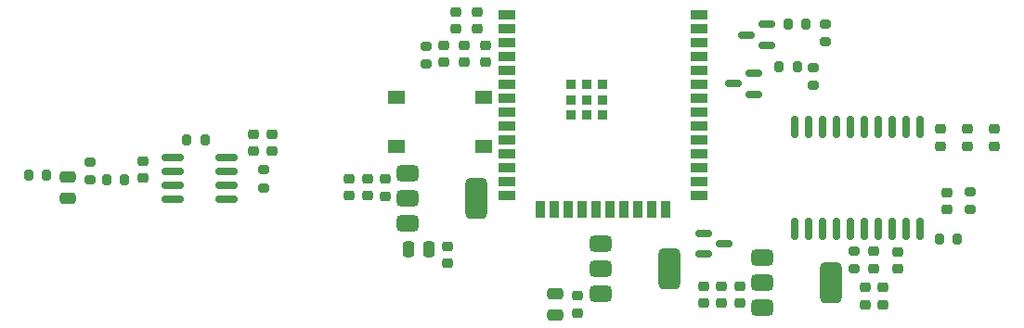
<source format=gbr>
%TF.GenerationSoftware,KiCad,Pcbnew,8.0.2*%
%TF.CreationDate,2024-05-19T20:09:33-03:00*%
%TF.ProjectId,Diseno1,44697365-6e6f-4312-9e6b-696361645f70,01*%
%TF.SameCoordinates,Original*%
%TF.FileFunction,Paste,Top*%
%TF.FilePolarity,Positive*%
%FSLAX46Y46*%
G04 Gerber Fmt 4.6, Leading zero omitted, Abs format (unit mm)*
G04 Created by KiCad (PCBNEW 8.0.2) date 2024-05-19 20:09:33*
%MOMM*%
%LPD*%
G01*
G04 APERTURE LIST*
G04 Aperture macros list*
%AMRoundRect*
0 Rectangle with rounded corners*
0 $1 Rounding radius*
0 $2 $3 $4 $5 $6 $7 $8 $9 X,Y pos of 4 corners*
0 Add a 4 corners polygon primitive as box body*
4,1,4,$2,$3,$4,$5,$6,$7,$8,$9,$2,$3,0*
0 Add four circle primitives for the rounded corners*
1,1,$1+$1,$2,$3*
1,1,$1+$1,$4,$5*
1,1,$1+$1,$6,$7*
1,1,$1+$1,$8,$9*
0 Add four rect primitives between the rounded corners*
20,1,$1+$1,$2,$3,$4,$5,0*
20,1,$1+$1,$4,$5,$6,$7,0*
20,1,$1+$1,$6,$7,$8,$9,0*
20,1,$1+$1,$8,$9,$2,$3,0*%
G04 Aperture macros list end*
%ADD10RoundRect,0.200000X-0.275000X0.200000X-0.275000X-0.200000X0.275000X-0.200000X0.275000X0.200000X0*%
%ADD11RoundRect,0.225000X-0.250000X0.225000X-0.250000X-0.225000X0.250000X-0.225000X0.250000X0.225000X0*%
%ADD12RoundRect,0.150000X-0.150000X0.875000X-0.150000X-0.875000X0.150000X-0.875000X0.150000X0.875000X0*%
%ADD13RoundRect,0.200000X0.275000X-0.200000X0.275000X0.200000X-0.275000X0.200000X-0.275000X-0.200000X0*%
%ADD14RoundRect,0.225000X0.250000X-0.225000X0.250000X0.225000X-0.250000X0.225000X-0.250000X-0.225000X0*%
%ADD15RoundRect,0.200000X-0.200000X-0.275000X0.200000X-0.275000X0.200000X0.275000X-0.200000X0.275000X0*%
%ADD16RoundRect,0.250000X-0.475000X0.250000X-0.475000X-0.250000X0.475000X-0.250000X0.475000X0.250000X0*%
%ADD17RoundRect,0.200000X0.200000X0.275000X-0.200000X0.275000X-0.200000X-0.275000X0.200000X-0.275000X0*%
%ADD18RoundRect,0.150000X-0.587500X-0.150000X0.587500X-0.150000X0.587500X0.150000X-0.587500X0.150000X0*%
%ADD19RoundRect,0.375000X-0.625000X-0.375000X0.625000X-0.375000X0.625000X0.375000X-0.625000X0.375000X0*%
%ADD20RoundRect,0.500000X-0.500000X-1.400000X0.500000X-1.400000X0.500000X1.400000X-0.500000X1.400000X0*%
%ADD21RoundRect,0.150000X-0.825000X-0.150000X0.825000X-0.150000X0.825000X0.150000X-0.825000X0.150000X0*%
%ADD22RoundRect,0.150000X0.587500X0.150000X-0.587500X0.150000X-0.587500X-0.150000X0.587500X-0.150000X0*%
%ADD23R,1.550000X1.300000*%
%ADD24RoundRect,0.250000X0.250000X0.475000X-0.250000X0.475000X-0.250000X-0.475000X0.250000X-0.475000X0*%
%ADD25R,1.500000X0.900000*%
%ADD26R,0.900000X1.500000*%
%ADD27R,0.900000X0.900000*%
G04 APERTURE END LIST*
D10*
%TO.C,R10*%
X74710000Y-89450000D03*
X74710000Y-91100000D03*
%TD*%
D11*
%TO.C,C26*%
X124100000Y-97065000D03*
X124100000Y-98615000D03*
%TD*%
D12*
%TO.C,U8*%
X119750000Y-96850000D03*
X118480000Y-96850000D03*
X117210000Y-96850000D03*
X115940000Y-96850000D03*
X114670000Y-96850000D03*
X113400000Y-96850000D03*
X112130000Y-96850000D03*
X110860000Y-96850000D03*
X109590000Y-96850000D03*
X108320000Y-96850000D03*
X108320000Y-106150000D03*
X109590000Y-106150000D03*
X110860000Y-106150000D03*
X112130000Y-106150000D03*
X113400000Y-106150000D03*
X114670000Y-106150000D03*
X115940000Y-106150000D03*
X117210000Y-106150000D03*
X118480000Y-106150000D03*
X119750000Y-106150000D03*
%TD*%
D11*
%TO.C,C10*%
X76730000Y-107745000D03*
X76730000Y-109295000D03*
%TD*%
D13*
%TO.C,R5*%
X59930000Y-102405000D03*
X59930000Y-100755000D03*
%TD*%
D14*
%TO.C,C4*%
X60670000Y-99055000D03*
X60670000Y-97505000D03*
%TD*%
%TO.C,C5*%
X71040000Y-103165000D03*
X71040000Y-101615000D03*
%TD*%
D10*
%TO.C,R8*%
X110060000Y-91435000D03*
X110060000Y-93085000D03*
%TD*%
D15*
%TO.C,R1*%
X38505000Y-101300000D03*
X40155000Y-101300000D03*
%TD*%
D11*
%TO.C,C19*%
X76390000Y-89405000D03*
X76390000Y-90955000D03*
%TD*%
D14*
%TO.C,C3*%
X58960000Y-99045000D03*
X58960000Y-97495000D03*
%TD*%
D11*
%TO.C,C21*%
X80200000Y-89375000D03*
X80200000Y-90925000D03*
%TD*%
D13*
%TO.C,R11*%
X124325000Y-104400000D03*
X124325000Y-102750000D03*
%TD*%
D14*
%TO.C,C6*%
X69395000Y-103155000D03*
X69395000Y-101605000D03*
%TD*%
D16*
%TO.C,C13*%
X86550000Y-112112500D03*
X86550000Y-114012500D03*
%TD*%
D17*
%TO.C,R6*%
X108595000Y-91340000D03*
X106945000Y-91340000D03*
%TD*%
%TO.C,R9*%
X109395000Y-87490000D03*
X107745000Y-87490000D03*
%TD*%
D11*
%TO.C,C20*%
X78220000Y-89415000D03*
X78220000Y-90965000D03*
%TD*%
D10*
%TO.C,R7*%
X111150000Y-87445000D03*
X111150000Y-89095000D03*
%TD*%
D18*
%TO.C,Q3*%
X100042500Y-106550000D03*
X100042500Y-108450000D03*
X101917500Y-107500000D03*
%TD*%
D19*
%TO.C,U3*%
X73050000Y-101100000D03*
X73050000Y-103400000D03*
X73050000Y-105700000D03*
D20*
X79350000Y-103400000D03*
%TD*%
D21*
%TO.C,U2*%
X51615000Y-99625000D03*
X51615000Y-100895000D03*
X51615000Y-102165000D03*
X51615000Y-103435000D03*
X56565000Y-103435000D03*
X56565000Y-102165000D03*
X56565000Y-100895000D03*
X56565000Y-99625000D03*
%TD*%
D15*
%TO.C,R12*%
X121550000Y-107075000D03*
X123200000Y-107075000D03*
%TD*%
D11*
%TO.C,C24*%
X115570000Y-108235000D03*
X115570000Y-109785000D03*
%TD*%
D14*
%TO.C,C7*%
X67750000Y-103125000D03*
X67750000Y-101575000D03*
%TD*%
%TO.C,C15*%
X101640000Y-112975000D03*
X101640000Y-111425000D03*
%TD*%
D22*
%TO.C,Q2*%
X105817500Y-89390000D03*
X105817500Y-87490000D03*
X103942500Y-88440000D03*
%TD*%
D14*
%TO.C,C17*%
X116380000Y-113085000D03*
X116380000Y-111535000D03*
%TD*%
D11*
%TO.C,C12*%
X88550000Y-112287500D03*
X88550000Y-113837500D03*
%TD*%
%TO.C,C25*%
X126580000Y-97065000D03*
X126580000Y-98615000D03*
%TD*%
D23*
%TO.C,SW1*%
X72050000Y-94110000D03*
X80010000Y-94110000D03*
X72050000Y-98610000D03*
X80010000Y-98610000D03*
%TD*%
D19*
%TO.C,U4*%
X90630000Y-107500000D03*
X90630000Y-109800000D03*
X90630000Y-112100000D03*
D20*
X96930000Y-109800000D03*
%TD*%
D22*
%TO.C,Q1*%
X104607500Y-93850000D03*
X104607500Y-91950000D03*
X102732500Y-92900000D03*
%TD*%
D14*
%TO.C,C14*%
X100090000Y-112975000D03*
X100090000Y-111425000D03*
%TD*%
D15*
%TO.C,R4*%
X52915000Y-98060000D03*
X54565000Y-98060000D03*
%TD*%
D19*
%TO.C,U6*%
X105380000Y-108757500D03*
X105380000Y-111057500D03*
X105380000Y-113357500D03*
D20*
X111680000Y-111057500D03*
%TD*%
D11*
%TO.C,C23*%
X117790000Y-108295000D03*
X117790000Y-109845000D03*
%TD*%
D14*
%TO.C,C9*%
X77420000Y-87915000D03*
X77420000Y-86365000D03*
%TD*%
D24*
%TO.C,C8*%
X75010000Y-108020000D03*
X73110000Y-108020000D03*
%TD*%
D14*
%TO.C,C16*%
X103320000Y-112975000D03*
X103320000Y-111425000D03*
%TD*%
D25*
%TO.C,U5*%
X82140000Y-86640000D03*
X82140000Y-87910000D03*
X82140000Y-89180000D03*
X82140000Y-90450000D03*
X82140000Y-91720000D03*
X82140000Y-92990000D03*
X82140000Y-94260000D03*
X82140000Y-95530000D03*
X82140000Y-96800000D03*
X82140000Y-98070000D03*
X82140000Y-99340000D03*
X82140000Y-100610000D03*
X82140000Y-101880000D03*
X82140000Y-103150000D03*
D26*
X85180000Y-104400000D03*
X86450000Y-104400000D03*
X87720000Y-104400000D03*
X88990000Y-104400000D03*
X90260000Y-104400000D03*
X91530000Y-104400000D03*
X92800000Y-104400000D03*
X94070000Y-104400000D03*
X95340000Y-104400000D03*
X96610000Y-104400000D03*
D25*
X99640000Y-103150000D03*
X99640000Y-101880000D03*
X99640000Y-100610000D03*
X99640000Y-99340000D03*
X99640000Y-98070000D03*
X99640000Y-96800000D03*
X99640000Y-95530000D03*
X99640000Y-94260000D03*
X99640000Y-92990000D03*
X99640000Y-91720000D03*
X99640000Y-90450000D03*
X99640000Y-89180000D03*
X99640000Y-87910000D03*
X99640000Y-86640000D03*
D27*
X87990000Y-92960000D03*
X87990000Y-94360000D03*
X87990000Y-95760000D03*
X89390000Y-92960000D03*
X89390000Y-94360000D03*
X89390000Y-95760000D03*
X90790000Y-92960000D03*
X90790000Y-94360000D03*
X90790000Y-95760000D03*
%TD*%
D16*
%TO.C,C1*%
X42030000Y-101450000D03*
X42030000Y-103350000D03*
%TD*%
D15*
%TO.C,R2*%
X45575000Y-101680000D03*
X47225000Y-101680000D03*
%TD*%
D14*
%TO.C,C22*%
X122200000Y-104375000D03*
X122200000Y-102825000D03*
%TD*%
%TO.C,C18*%
X114750000Y-113095000D03*
X114750000Y-111545000D03*
%TD*%
D10*
%TO.C,R13*%
X113740000Y-108195000D03*
X113740000Y-109845000D03*
%TD*%
D11*
%TO.C,C2*%
X48950000Y-99985000D03*
X48950000Y-101535000D03*
%TD*%
D14*
%TO.C,C11*%
X79420000Y-87915000D03*
X79420000Y-86365000D03*
%TD*%
D11*
%TO.C,C27*%
X121650000Y-97065000D03*
X121650000Y-98615000D03*
%TD*%
D13*
%TO.C,R3*%
X44070000Y-101685000D03*
X44070000Y-100035000D03*
%TD*%
M02*

</source>
